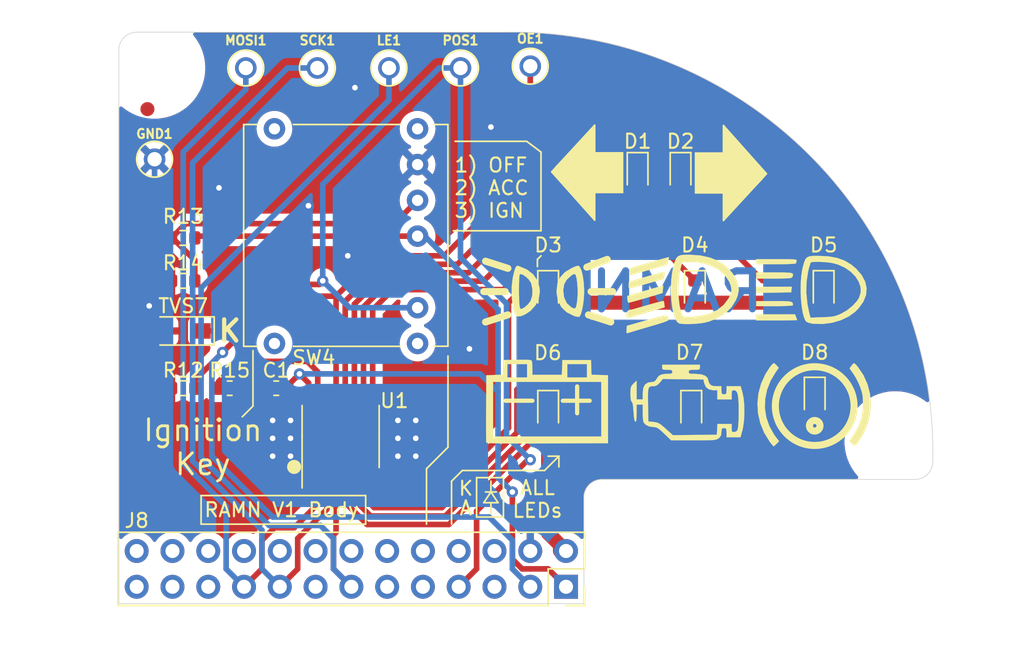
<source format=kicad_pcb>
(kicad_pcb (version 20240108) (generator "pcbnew") (generator_version "8.0")
  (layers (0 "F.Cu" signal) (31 "B.Cu" signal) (34 "B.Paste" user) (35 "F.Paste" user) (36 "B.SilkS" user "B.Silkscreen") (37 "F.SilkS" user "F.Silkscreen") (38 "B.Mask" user) (39 "F.Mask" user) (44 "Edge.Cuts" user))
  (net 0 "")
  (net 1 "GND")
  (net 2 "/3V3_ECU")
  (net 3 "+5V")
  (net 4 "Net-(D1-K)")
  (net 5 "Net-(D2-K)")
  (net 6 "Net-(D3-K)")
  (net 7 "Net-(D4-K)")
  (net 8 "Net-(D5-K)")
  (net 9 "Net-(D6-K)")
  (net 10 "Net-(D7-K)")
  (net 11 "Net-(D8-K)")
  (net 12 "OE")
  (net 13 "LE")
  (net 14 "SCK")
  (net 15 "MOSI")
  (net 34 "Net-(U1-R-EXT)")
  (net 35 "Key")
  (net 37 "Net-(R13-Pad1)")
  (footprint "Connector_PinSocket_2.54mm:PinSocket_2x13_P2.54mm_Vertical" (layer "F.Cu") (at 56.388 61.341 -90)
    (property "Reference" "J8" (at -4.699 30.48 0) (layer "F.SilkS"))
    (property "Value" "~")
    (pad "1" thru_hole rect (at 0 0 270) (size 1.7 1.7) (drill 1) (layers "*.Cu" "*.Mask") (net 2 "/3V3_ECU"))
    (pad "2" thru_hole oval (at -2.54 0 270) (size 1.7 1.7) (drill 1) (layers "*.Cu" "*.Mask") (net 3 "+5V"))
    (pad "3" thru_hole oval (at 0 2.54 270) (size 1.7 1.7) (drill 1) (layers "*.Cu" "*.Mask") (net 12 "OE"))
    (pad "4" thru_hole oval (at -2.54 2.54 270) (size 1.7 1.7) (drill 1) (layers "*.Cu" "*.Mask") (net 1 "GND"))
    (pad "5" thru_hole oval (at 0 5.08 270) (size 1.7 1.7) (drill 1) (layers "*.Cu" "*.Mask"))
    (pad "6" thru_hole oval (at -2.54 5.08 270) (size 1.7 1.7) (drill 1) (layers "*.Cu" "*.Mask"))
    (pad "7" thru_hole oval (at 0 7.62 270) (size 1.7 1.7) (drill 1) (layers "*.Cu" "*.Mask") (net 35 "Key"))
    (pad "8" thru_hole oval (at -2.54 7.62 270) (size 1.7 1.7) (drill 1) (layers "*.Cu" "*.Mask"))
    (pad "9" thru_hole oval (at 0 10.16 270) (size 1.7 1.7) (drill 1) (layers "*.Cu" "*.Mask"))
    (pad "10" thru_hole oval (at -2.54 10.16 270) (size 1.7 1.7) (drill 1) (layers "*.Cu" "*.Mask"))
    (pad "11" thru_hole oval (at 0 12.7 270) (size 1.7 1.7) (drill 1) (layers "*.Cu" "*.Mask"))
    (pad "12" thru_hole oval (at -2.54 12.7 270) (size 1.7 1.7) (drill 1) (layers "*.Cu" "*.Mask"))
    (pad "13" thru_hole oval (at 0 15.24 270) (size 1.7 1.7) (drill 1) (layers "*.Cu" "*.Mask") (net 13 "LE"))
    (pad "14" thru_hole oval (at -2.54 15.24 270) (size 1.7 1.7) (drill 1) (layers "*.Cu" "*.Mask"))
    (pad "15" thru_hole oval (at 0 17.78 270) (size 1.7 1.7) (drill 1) (layers "*.Cu" "*.Mask"))
    (pad "16" thru_hole oval (at -2.54 17.78 270) (size 1.7 1.7) (drill 1) (layers "*.Cu" "*.Mask"))
    (pad "17" thru_hole oval (at 0 20.32 270) (size 1.7 1.7) (drill 1) (layers "*.Cu" "*.Mask") (net 14 "SCK"))
    (pad "18" thru_hole oval (at -2.54 20.32 270) (size 1.7 1.7) (drill 1) (layers "*.Cu" "*.Mask"))
    (pad "19" thru_hole oval (at 0 22.86 270) (size 1.7 1.7) (drill 1) (layers "*.Cu" "*.Mask") (net 15 "MOSI"))
    (pad "20" thru_hole oval (at -2.54 22.86 270) (size 1.7 1.7) (drill 1) (layers "*.Cu" "*.Mask"))
    (pad "21" thru_hole oval (at 0 25.4 270) (size 1.7 1.7) (drill 1) (layers "*.Cu" "*.Mask"))
    (pad "22" thru_hole oval (at -2.54 25.4 270) (size 1.7 1.7) (drill 1) (layers "*.Cu" "*.Mask"))
    (pad "23" thru_hole oval (at 0 27.94 270) (size 1.7 1.7) (drill 1) (layers "*.Cu" "*.Mask"))
    (pad "24" thru_hole oval (at -2.54 27.94 270) (size 1.7 1.7) (drill 1) (layers "*.Cu" "*.Mask"))
    (pad "25" thru_hole oval (at 0 30.48 270) (size 1.7 1.7) (drill 1) (layers "*.Cu" "*.Mask"))
    (pad "26" thru_hole oval (at -2.54 30.48 270) (size 1.7 1.7) (drill 1) (layers "*.Cu" "*.Mask"))
  )
  (footprint "MountingHole:MountingHole_3.2mm_M3_ISO7380" (layer "F.Cu") (at 27.178 24.511)
    (property "Reference" "H5" (hide yes))
    (property "Value" "MountingHole")
    (pad "" np_thru_hole circle (at 0 0) (size 3.2 3.2) (drill 3.2) (layers "*.Cu" "*.Mask") (clearance 2))
  )
  (footprint "LED_SMD:LED_0603_1608Metric" (layer "F.Cu") (at 55.118 48.895 -90)
    (property "Reference" "D6" (at -4.1656 0.0254 180) (layer "F.SilkS"))
    (property "Value" "LED")
    (pad "1" smd roundrect (at -0.7875 0 270) (size 0.875 0.95) (layers "F.Cu" "F.Paste" "F.Mask") (net 9 "Net-(D6-K)"))
    (pad "2" smd roundrect (at 0.7875 0 270) (size 0.875 0.95) (layers "F.Cu" "F.Paste" "F.Mask") (net 3 "+5V"))
  )
  (footprint "LED_SMD:LED_0603_1608Metric" (layer "F.Cu") (at 74.676 40.386 -90)
    (property "Reference" "D5" (at -3.302 0 180) (layer "F.SilkS"))
    (property "Value" "LED")
    (pad "1" smd roundrect (at -0.7875 0 270) (size 0.875 0.95) (layers "F.Cu" "F.Paste" "F.Mask") (net 8 "Net-(D5-K)"))
    (pad "2" smd roundrect (at 0.7875 0 270) (size 0.875 0.95) (layers "F.Cu" "F.Paste" "F.Mask") (net 3 "+5V"))
  )
  (footprint "LED_SMD:LED_0603_1608Metric" (layer "F.Cu") (at 65.532 40.386 -90)
    (property "Reference" "D4" (at -3.302 0 180) (layer "F.SilkS"))
    (property "Value" "LED")
    (pad "1" smd roundrect (at -0.7875 0 270) (size 0.875 0.95) (layers "F.Cu" "F.Paste" "F.Mask") (net 7 "Net-(D4-K)"))
    (pad "2" smd roundrect (at 0.7875 0 270) (size 0.875 0.95) (layers "F.Cu" "F.Paste" "F.Mask") (net 3 "+5V"))
  )
  (footprint "Global_Library:KEYSTONE_5002" (layer "F.Cu") (at 38.735 24.511)
    (property "Reference" "SCK1" (at 0.002 -1.954 0) (layer "F.SilkS") (effects (font (size 0.64 0.64))))
    (property "Value" "TestPoint")
    (pad "1" thru_hole circle (at 0 0) (size 1.53 1.53) (drill 1.02) (layers "*.Cu" "*.Mask") (net 14 "SCK"))
  )
  (footprint "MountingHole:MountingHole_3.2mm_M3_ISO7380" (layer "F.Cu") (at 79.756 51.054)
    (property "Reference" "H6" (hide yes))
    (property "Value" "MountingHole")
    (pad "" np_thru_hole circle (at 0 0) (size 3.2 3.2) (drill 3.2) (layers "*.Cu" "*.Mask") (clearance 2))
  )
  (footprint "Global_Library:KEYSTONE_5002" (layer "F.Cu") (at 53.848 24.384)
    (property "Reference" "OE1" (at 0.002 -1.954 0) (layer "F.SilkS") (effects (font (size 0.64 0.64))))
    (property "Value" "TestPoint")
    (pad "1" thru_hole circle (at 0 0) (size 1.53 1.53) (drill 1.02) (layers "*.Cu" "*.Mask") (net 12 "OE"))
  )
  (footprint "Global_Library:KEYSTONE_5002" (layer "F.Cu") (at 43.815 24.511)
    (property "Reference" "LE1" (at 0.002 -1.954 0) (layer "F.SilkS") (effects (font (size 0.64 0.64))))
    (property "Value" "TestPoint")
    (pad "1" thru_hole circle (at 0 0) (size 1.53 1.53) (drill 1.02) (layers "*.Cu" "*.Mask") (net 13 "LE"))
  )
  (footprint "LED_SMD:LED_0603_1608Metric" (layer "F.Cu") (at 61.468 32.004 -90)
    (property "Reference" "D1" (at -2.286 0 180) (layer "F.SilkS"))
    (property "Value" "LED")
    (pad "1" smd roundrect (at -0.7875 0 270) (size 0.875 0.95) (layers "F.Cu" "F.Paste" "F.Mask") (net 4 "Net-(D1-K)"))
    (pad "2" smd roundrect (at 0.7875 0 270) (size 0.875 0.95) (layers "F.Cu" "F.Paste" "F.Mask") (net 3 "+5V"))
  )
  (footprint "drawings:drawing_HB" (layer "F.Cu") (at 73.66 40.259)
    (property "Reference" "G***" (hide yes))
    (property "Value" "LOGO" (hide yes))
  )
  (footprint "drawings:drawing_engine" (layer "F.Cu") (at 65.024 48.26)
    (property "Reference" "G***" (hide yes))
    (property "Value" "LOGO" (hide yes))
  )
  (footprint "drawings:drawing_PL" (layer "F.Cu") (at 55.118 40.386)
    (property "Reference" "G***" (hide yes))
    (property "Value" "LOGO" (hide yes))
  )
  (footprint "drawings:drawing_turn" (layer "F.Cu") (at 58.166 32.004 180)
    (property "Reference" "G***" (hide yes))
    (property "Value" "LOGO" (hide yes))
  )
  (footprint "LED_SMD:LED_0603_1608Metric" (layer "F.Cu") (at 55.118 40.386 -90)
    (property "Reference" "D3" (at -3.302 0 180) (layer "F.SilkS"))
    (property "Value" "LED")
    (pad "1" smd roundrect (at -0.7875 0 270) (size 0.875 0.95) (layers "F.Cu" "F.Paste" "F.Mask") (net 6 "Net-(D3-K)"))
    (pad "2" smd roundrect (at 0.7875 0 270) (size 0.875 0.95) (layers "F.Cu" "F.Paste" "F.Mask") (net 3 "+5V"))
  )
  (footprint "drawings:drawing_battery" (layer "F.Cu") (at 55.0164 48.26)
    (property "Reference" "G***" (hide yes))
    (property "Value" "LOGO" (hide yes))
  )
  (footprint "LED_SMD:LED_0603_1608Metric" (layer "F.Cu") (at 74.041 47.9552 -90)
    (property "Reference" "D8" (at -3.2512 0 0) (layer "F.SilkS"))
    (property "Value" "LED")
    (pad "1" smd roundrect (at -0.7875 0 270) (size 0.875 0.95) (layers "F.Cu" "F.Paste" "F.Mask") (net 11 "Net-(D8-K)"))
    (pad "2" smd roundrect (at 0.7875 0 270) (size 0.875 0.95) (layers "F.Cu" "F.Paste" "F.Mask") (net 3 "+5V"))
  )
  (footprint "Resistor_SMD:R_0603_1608Metric" (layer "F.Cu") (at 29.21 36.576)
    (property "Reference" "R13" (at 0 -1.524 0) (layer "F.SilkS"))
    (property "Value" "10k")
    (pad "1" smd roundrect (at -0.825 0) (size 0.8 0.95) (layers "F.Cu" "F.Paste" "F.Mask") (net 37 "Net-(R13-Pad1)"))
    (pad "2" smd roundrect (at 0.825 0) (size 0.8 0.95) (layers "F.Cu" "F.Paste" "F.Mask") (net 2 "/3V3_ECU"))
  )
  (footprint "Diode_SMD:D_SOD-123F" (layer "F.Cu") (at 29.21 43.18 180)
    (property "Reference" "TVS7" (at 0 1.778 0) (layer "F.SilkS"))
    (property "Value" "D_TVS")
    (pad "1" smd rect (at -1.4 0 180) (size 1.1 1.1) (layers "F.Cu" "F.Paste" "F.Mask") (net 35 "Key"))
    (pad "2" smd rect (at 1.4 0 180) (size 1.1 1.1) (layers "F.Cu" "F.Paste" "F.Mask") (net 1 "GND"))
  )
  (footprint "Resistor_SMD:R_0603_1608Metric" (layer "F.Cu") (at 29.21 39.624)
    (property "Reference" "R14" (at 0 -1.27 0) (layer "F.SilkS"))
    (property "Value" "10k")
    (pad "1" smd roundrect (at -0.825 0) (size 0.8 0.95) (layers "F.Cu" "F.Paste" "F.Mask") (net 1 "GND"))
    (pad "2" smd roundrect (at 0.825 0) (size 0.8 0.95) (layers "F.Cu" "F.Paste" "F.Mask") (net 37 "Net-(R13-Pad1)"))
  )
  (footprint "drawings:drawing_LB" (layer "F.Cu") (at 64.516 40.2336)
    (property "Reference" "G***" (hide yes))
    (property "Value" "LOGO" (hide yes))
  )
  (footprint "drawings:drawing_turn" (layer "F.Cu") (at 67.818 31.9024)
    (property "Reference" "G***" (hide yes))
    (property "Value" "LOGO" (hide yes))
  )
  (footprint "LED_SMD:LED_0603_1608Metric" (layer "F.Cu") (at 64.516 32.004 -90)
    (property "Reference" "D2" (at -2.286 0 0) (layer "F.SilkS"))
    (property "Value" "LED")
    (pad "1" smd roundrect (at -0.7875 0 270) (size 0.875 0.95) (layers "F.Cu" "F.Paste" "F.Mask") (net 5 "Net-(D2-K)"))
    (pad "2" smd roundrect (at 0.7875 0 270) (size 0.875 0.95) (layers "F.Cu" "F.Paste" "F.Mask") (net 3 "+5V"))
  )
  (footprint "drawings:drawing_parking_brake" (layer "F.Cu") (at 74.168 48.514)
    (property "Reference" "G***" (hide yes))
    (property "Value" "LOGO" (hide yes))
  )
  (footprint "LED_SMD:LED_0603_1608Metric" (layer "F.Cu") (at 65.278 48.895 -90)
    (property "Reference" "D7" (at -4.191 0.127 180) (layer "F.SilkS"))
    (property "Value" "LED")
    (pad "1" smd roundrect (at -0.7875 0 270) (size 0.875 0.95) (layers "F.Cu" "F.Paste" "F.Mask") (net 10 "Net-(D7-K)"))
    (pad "2" smd roundrect (at 0.7875 0 270) (size 0.875 0.95) (layers "F.Cu" "F.Paste" "F.Mask") (net 3 "+5V"))
  )
  (footprint "Global_Library:KEYSTONE_5002" (layer "F.Cu") (at 27.178 30.988)
    (property "Reference" "GND1" (at -0.008 -1.798 0) (layer "F.SilkS") (effects (font (size 0.64 0.64))))
    (property "Value" "TestPoint")
    (pad "1" thru_hole circle (at 0 0) (size 1.53 1.53) (drill 1.02) (layers "*.Cu" "*.Mask") (net 1 "GND"))
  )
  (footprint "custom:SK14EG13" (layer "F.Cu") (at 40.767 36.449)
    (property "Reference" "SW4" (at -2.286 8.636 180) (layer "F.SilkS"))
    (property "Value" "SK14EG13" (hide yes))
    (pad "" thru_hole circle (at -5.08 -7.62) (size 1.524 1.524) (drill 0.8) (layers "*.Cu" "*.Mask"))
    (pad "" thru_hole circle (at -5.08 7.62) (size 1.524 1.524) (drill 0.8) (layers "*.Cu" "*.Mask"))
    (pad "" thru_hole circle (at 5.08 -7.62) (size 1.524 1.524) (drill 0.8) (layers "*.Cu" "*.Mask"))
    (pad "" thru_hole circle (at 5.08 7.62) (size 1.524 1.524) (drill 0.8) (layers "*.Cu" "*.Mask"))
    (pad "1" thru_hole circle (at 5.08 -5.08) (size 1.524 1.524) (drill 0.8) (layers "*.Cu" "*.Mask") (net 1 "GND"))
    (pad "2" thru_hole circle (at 5.08 -2.54) (size 1.524 1.524) (drill 0.8) (layers "*.Cu" "*.Mask") (net 37 "Net-(R13-Pad1)"))
    (pad "3" thru_hole circle (at 5.08 0) (size 1.524 1.524) (drill 0.8) (layers "*.Cu" "*.Mask") (net 2 "/3V3_ECU"))
    (pad "C1" thru_hole circle (at 5.08 5.08) (size 1.524 1.524) (drill 0.8) (layers "*.Cu" "*.Mask") (net 35 "Key"))
  )
  (footprint "Capacitor_SMD:C_0603_1608Metric" (layer "F.Cu") (at 35.814 47.244 180)
    (property "Reference" "C1" (at 0 1.27 0) (layer "F.SilkS"))
    (property "Value" "100nF")
    (pad "1" smd roundrect (at -0.7875 0 180) (size 0.875 0.95) (layers "F.Cu" "F.Paste" "F.Mask") (net 2 "/3V3_ECU"))
    (pad "2" smd roundrect (at 0.7875 0 180) (size 0.875 0.95) (layers "F.Cu" "F.Paste" "F.Mask") (net 1 "GND"))
  )
  (footprint "Package_SO:HTSSOP-16-1EP_4.4x5mm_P0.65mm_EP3x3mm" (layer "F.Cu") (at 40.386 50.673 90)
    (property "Reference" "U1" (at 2.54 3.81 180) (layer "F.SilkS"))
    (property "Value" "STP08CP05XT")
    (pad "1" smd roundrect (at -2.875 -2.275 90) (size 1.55 0.4) (layers "F.Cu" "F.Paste" "F.Mask") (net 1 "GND"))
    (pad "2" smd roundrect (at -2.875 -1.625 90) (size 1.55 0.4) (layers "F.Cu" "F.Paste" "F.Mask") (net 15 "MOSI"))
    (pad "3" smd roundrect (at -2.875 -0.975 90) (size 1.55 0.4) (layers "F.Cu" "F.Paste" "F.Mask") (net 14 "SCK"))
    (pad "4" smd roundrect (at -2.875 -0.325 90) (size 1.55 0.4) (layers "F.Cu" "F.Paste" "F.Mask") (net 13 "LE"))
    (pad "5" smd roundrect (at -2.875 0.325 90) (size 1.55 0.4) (layers "F.Cu" "F.Paste" "F.Mask") (net 9 "Net-(D6-K)"))
    (pad "6" smd roundrect (at -2.875 0.975 90) (size 1.55 0.4) (layers "F.Cu" "F.Paste" "F.Mask") (net 10 "Net-(D7-K)"))
    (pad "7" smd roundrect (at -2.875 1.625 90) (size 1.55 0.4) (layers "F.Cu" "F.Paste" "F.Mask") (net 11 "Net-(D8-K)"))
    (pad "8" smd roundrect (at -2.875 2.275 90) (size 1.55 0.4) (layers "F.Cu" "F.Paste" "F.Mask") (net 6 "Net-(D3-K)"))
    (pad "9" smd roundrect (at 2.875 2.275 90) (size 1.55 0.4) (layers "F.Cu" "F.Paste" "F.Mask") (net 7 "Net-(D4-K)"))
    (pad "10" smd roundrect (at 2.875 1.625 90) (size 1.55 0.4) (layers "F.Cu" "F.Paste" "F.Mask") (net 8 "Net-(D5-K)"))
    (pad "11" smd roundrect (at 2.875 0.975 90) (size 1.55 0.4) (layers "F.Cu" "F.Paste" "F.Mask") (net 4 "Net-(D1-K)"))
    (pad "12" smd roundrect (at 2.875 0.325 90) (size 1.55 0.4) (layers "F.Cu" "F.Paste" "F.Mask") (net 5 "Net-(D2-K)"))
    (pad "13" smd roundrect (at 2.875 -0.325 90) (size 1.55 0.4) (layers "F.Cu" "F.Paste" "F.Mask") (net 12 "OE"))
    (pad "14" smd roundrect (at 2.875 -0.975 90) (size 1.55 0.4) (layers "F.Cu" "F.Paste" "F.Mask"))
    (pad "15" smd roundrect (at 2.875 -1.625 90) (size 1.55 0.4) (layers "F.Cu" "F.Paste" "F.Mask") (net 34 "Net-(U1-R-EXT)"))
    (pad "16" smd roundrect (at 2.875 -2.275 90) (size 1.55 0.4) (layers "F.Cu" "F.Paste" "F.Mask") (net 2 "/3V3_ECU"))
    (pad "17" smd roundrect (at 0 0 90) (size 3 3) (layers "F.Cu" "F.Mask") (roundrect_rratio 0.083333) (net 1 "GND"))
  )
  (footprint "Resistor_SMD:R_0603_1608Metric" (layer "F.Cu") (at 29.21 47.244)
    (property "Reference" "R12" (at 0 -1.27 0) (layer "F.SilkS"))
    (property "Value" "10k")
    (pad "1" smd roundrect (at -0.825 0) (size 0.8 0.95) (layers "F.Cu" "F.Paste" "F.Mask") (net 1 "GND"))
    (pad "2" smd roundrect (at 0.825 0) (size 0.8 0.95) (layers "F.Cu" "F.Paste" "F.Mask") (net 12 "OE"))
  )
  (footprint "Resistor_SMD:R_0603_1608Metric" (layer "F.Cu") (at 32.512 47.244 180)
    (property "Reference" "R15" (at 0 1.27 0) (layer "F.SilkS"))
    (property "Value" "1.8k")
    (pad "1" smd roundrect (at -0.7875 0 180) (size 0.875 0.95) (layers "F.Cu" "F.Paste" "F.Mask") (net 1 "GND"))
    (pad "2" smd roundrect (at 0.7875 0 180) (size 0.875 0.95) (layers "F.Cu" "F.Paste" "F.Mask") (net 34 "Net-(U1-R-EXT)"))
  )
  (footprint "Global_Library:KEYSTONE_5002" (layer "F.Cu") (at 33.655 24.511)
    (property "Reference" "MOSI1" (at 0.002 -1.954 0) (layer "F.SilkS") (effects (font (size 0.64 0.64))))
    (property "Value" "TestPoint")
    (pad "1" thru_hole circle (at 0 0) (size 1.53 1.53) (drill 1.02) (layers "*.Cu" "*.Mask") (net 15 "MOSI"))
  )
  (footprint "Fiducial:Fiducial_1mm_Mask2mm" (layer "F.Cu") (at 26.67 53.721)
    (property "Reference" "FID1" (hide yes))
    (property "Value" "Fiducial")
    (pad "" smd circle (at 0 0) (size 1 1) (layers "F.Cu" "F.Mask") (clearance 0.5))
  )
  (footprint "Fiducial:Fiducial_1mm_Mask2mm" (layer "F.Cu") (at 26.67 27.432)
    (property "Reference" "FID2" (hide yes))
    (property "Value" "Fiducial")
    (pad "" smd circle (at 0 0) (size 1 1) (layers "F.Cu" "F.Mask") (clearance 0.5))
  )
  (footprint "Fiducial:Fiducial_1mm_Mask2mm" (layer "F.Cu") (at 62.992 27.432)
    (property "Reference" "FID3" (hide yes))
    (property "Value" "Fiducial")
    (pad "" smd circle (at 0 0) (size 1 1) (layers "F.Cu" "F.Mask") (clearance 0.5))
  )
  (footprint "Global_Library:KEYSTONE_5002" (layer "F.Cu") (at 48.895 24.511)
    (property "Reference" "POS1" (at 0.002 -1.954 0) (layer "F.SilkS") (effects (font (size 0.64 0.64))))
    (property "Value" "TestPoint")
    (pad "1" thru_hole circle (at 0 0) (size 1.53 1.53) (drill 1.02) (layers "*.Cu" "*.Mask") (net 35 "Key"))
  )
  (gr_line (start 51.562 55.372) (end 51.054 55.372) (stroke (width 0.12)) (layer "F.SilkS"))
  (gr_line (start 51.943 56.388) (end 50.038 56.388) (stroke (width 0.12)) (layer "F.SilkS"))
  (gr_line (start 30.48 56.896) (end 42.164 56.896) (stroke (width 0.12)) (layer "F.SilkS"))
  (gr_line (start 30.48 56.896) (end 30.48 54.864) (stroke (width 0.12)) (layer "F.SilkS"))
  (gr_line (start 42.164 56.896) (end 42.164 54.864) (stroke (width 0.12)) (layer "F.SilkS"))
  (gr_circle (center 37.084 52.832) (end 37.084 52.832) (stroke (width 0.5)) (fill none) (layer "F.SilkS"))
  (gr_line (start 50.038 56.388) (end 50.038 53.594) (stroke (width 0.12)) (layer "F.SilkS"))
  (gr_line (start 50.038 53.594) (end 51.943 53.594) (stroke (width 0.12)) (layer "F.SilkS"))
  (gr_line (start 51.054 55.372) (end 50.546 55.372) (stroke (width 0.12)) (layer "F.SilkS"))
  (gr_line (start 55.88 52.07) (end 55.88 52.832) (stroke (width 0.12)) (layer "F.SilkS"))
  (gr_line (start 51.943 53.594) (end 51.943 56.388) (stroke (width 0.12)) (layer "F.SilkS"))
  (gr_line (start 51.054 54.61) (end 51.562 55.372) (stroke (width 0.12)) (layer "F.SilkS"))
  (gr_line (start 54.61 30.48) (end 54.61 36.068) (stroke (width 0.12)) (layer "F.SilkS"))
  (gr_line (start 55.118 52.07) (end 55.88 52.07) (stroke (width 0.12)) (layer "F.SilkS"))
  (gr_line (start 54.864 53.086) (end 49.022 53.086) (stroke (width 0.12)) (layer "F.SilkS"))
  (gr_line (start 55.88 52.07) (end 54.864 53.086) (stroke (width 0.12)) (layer "F.SilkS"))
  (gr_line (start 48.26 53.848) (end 48.26 56.896) (stroke (width 0.12)) (layer "F.SilkS"))
  (gr_line (start 54.61 36.068) (end 48.387 36.068) (stroke (width 0.12)) (layer "F.SilkS"))
  (gr_line (start 34.163 48.514) (end 33.401 49.276) (stroke (width 0.12)) (layer "F.SilkS"))
  (gr_line (start 50.546 55.372) (end 51.054 54.61) (stroke (width 0.12)) (layer "F.SilkS"))
  (gr_line (start 48.006 51.435) (end 46.482 52.959) (stroke (width 0.12)) (layer "F.SilkS"))
  (gr_line (start 48.006 44.958) (end 48.006 51.435) (stroke (width 0.12)) (layer "F.SilkS"))
  (gr_line (start 51.054 54.61) (end 51.054 53.848) (stroke (width 0.12)) (layer "F.SilkS"))
  (gr_line (start 34.163 48.514) (end 34.163 44.577) (stroke (width 0.12)) (layer "F.SilkS"))
  (gr_line (start 53.594 29.718) (end 54.61 30.48) (stroke (width 0.12)) (layer "F.SilkS"))
  (gr_line (start 54.356 38.608) (end 54.356 38.1) (stroke (width 0.12)) (layer "F.SilkS"))
  (gr_line (start 53.594 29.718) (end 48.514 29.718) (stroke (width 0.12)) (layer "F.SilkS"))
  (gr_line (start 54.356 38.1) (end 54.61 37.846) (stroke (width 0.12)) (layer "F.SilkS"))
  (gr_line (start 50.673 54.61) (end 51.435 54.61) (stroke (width 0.12)) (layer "F.SilkS"))
  (gr_line (start 49.022 53.086) (end 48.26 53.848) (stroke (width 0.12)) (layer "F.SilkS"))
  (gr_line (start 51.054 56.134) (end 51.054 55.372) (stroke (width 0.12)) (layer "F.SilkS"))
  (gr_line (start 30.48 54.864) (end 42.164 54.864) (stroke (width 0.12)) (layer "F.SilkS"))
  (gr_line (start 46.482 56.896) (end 46.482 52.959) (stroke (width 0.12)) (layer "F.SilkS"))
  (gr_line (start 25.908 21.971) (end 51.962664 21.97059) (stroke (width 0.05)) (layer "Edge.Cuts"))
  (gr_line (start 57.658 54.991) (end 57.658 62.526) (stroke (width 0.05)) (layer "Edge.Cuts"))
  (gr_arc (start 51.962664 21.97059) (mid 73.69333 30.714578) (end 82.423 52.451) (stroke (width 0.05)) (layer "Edge.Cuts"))
  (gr_line (start 24.638 23.241) (end 24.638 62.526) (stroke (width 0.05)) (layer "Edge.Cuts"))
  (gr_arc (start 57.658 54.991) (mid 58.029974 54.092974) (end 58.928 53.721) (stroke (width 0.05)) (layer "Edge.Cuts"))
  (gr_arc (start 82.423 52.451) (mid 82.051026 53.349026) (end 81.153 53.721) (stroke (width 0.05)) (layer "Edge.Cuts"))
  (gr_arc (start 24.638 23.241) (mid 25.009974 22.342974) (end 25.908 21.971) (stroke (width 0.05)) (layer "Edge.Cuts"))
  (gr_line (start 24.638 62.526) (end 57.658 62.526) (stroke (width 0.05)) (layer "Edge.Cuts"))
  (gr_line (start 81.153 53.721) (end 58.928 53.721) (stroke (width 0.05)) (layer "Edge.Cuts"))
  (gr_text "RAMN" (at 64.262 40.386 0) (layer "B.Cu") (effects (font (size 2.7 3) (thickness 0.5)) (justify mirror)))
  (gr_text "RAMN V1 Body" (at 36.195 55.88 0) (layer "F.SilkS") (effects (font (size 1 1))))
  (gr_text "A" (at 49.276 55.753 0) (layer "F.SilkS") (effects (font (size 1 1))))
  (gr_text "Ignition\nKey" (at 30.607 51.435 0) (layer "F.SilkS") (effects (font (size 1.5 1.5) (thickness 0.2))))
  (gr_text "ALL\nLEDs" (at 54.356 55.118 0) (layer "F.SilkS") (effects (font (size 1 1))))
  (gr_text "K" (at 49.276 54.356 0) (layer "F.SilkS") (effects (font (size 1 1))))
  (gr_text "K" (at 32.512 43.18 0) (layer "F.SilkS") (effects (font (size 1.5 1.5) (thickness 0.3))))
  (gr_text "1) OFF \n2) ACC\n3) IGN" (at 48.387 33.02 0) (layer "F.SilkS") (effects (font (size 1 1)) (justify left)))
  (segment (start 38.1 53.616) (end 38.1 54.737) (width 0.4) (layer "F.Cu") (net 1))
  (segment (start 38.111 53.605) (end 38.1 53.616) (width 0.4) (layer "F.Cu") (net 1))
  (segment (start 38.1 54.737) (end 37.465 55.372) (width 0.4) (layer "F.Cu") (net 1))
  (segment (start 37.465 55.372) (end 35.941 55.372) (width 0.4) (layer "F.Cu") (net 1))
  (segment (start 40.259 50.8) (end 40.386 50.673) (width 0.4) (layer "F.Cu") (net 1))
  (segment (start 38.111 53.548) (end 38.111 53.605) (width 0.4) (layer "F.Cu") (net 1))
  (segment (start 38.111 53.548) (end 38.111 52.335) (width 0.4) (layer "F.Cu") (net 1))
  (via (at 36.83 52.07) (size 0.8) (drill 0.4) (layers "F.Cu" "B.Cu") (net 1))
  (via (at 49.53 44.45) (size 0.8) (drill 0.4) (layers "F.Cu" "B.Cu") (net 1))
  (via (at 40.894 37.846) (size 0.8) (drill 0.4) (layers "F.Cu" "B.Cu") (net 1))
  (via (at 51.054 28.702) (size 0.8) (drill 0.4) (layers "F.Cu" "B.Cu") (net 1))
  (via (at 36.83 50.8) (size 0.8) (drill 0.4) (layers "F.Cu" "B.Cu") (net 1))
  (via (at 44.45 49.53) (size 0.8) (drill 0.4) (layers "F.Cu" "B.Cu") (net 1))
  (via (at 36.83 49.53) (size 0.8) (drill 0.4) (layers "F.Cu" "B.Cu") (net 1))
  (via (at 31.75 33.02) (size 0.8) (drill 0.4) (layers "F.Cu" "B.Cu") (net 1))
  (via (at 41.402 25.908) (size 0.8) (drill 0.4) (layers "F.Cu" "B.Cu") (net 1))
  (via (at 44.45 52.07) (size 0.8) (drill 0.4) (layers "F.Cu" "B.Cu") (net 1))
  (via (at 35.56 49.53) (size 0.8) (drill 0.4) (layers "F.Cu" "B.Cu") (net 1))
  (via (at 45.72 50.8) (size 0.8) (drill 0.4) (layers "F.Cu" "B.Cu") (net 1))
  (via (at 35.56 52.07) (size 0.8) (drill 0.4) (layers "F.Cu" "B.Cu") (net 1))
  (via (at 44.45 50.8) (size 0.8) (drill 0.4) (layers "F.Cu" "B.Cu") (net 1))
  (via (at 45.72 52.07) (size 0.8) (drill 0.4) (layers "F.Cu" "B.Cu") (net 1))
  (via (at 26.797 41.402) (size 0.8) (drill 0.4) (layers "F.Cu" "B.Cu") (net 1))
  (via (at 35.56 50.8) (size 0.8) (drill 0.4) (layers "F.Cu" "B.Cu") (net 1))
  (via (at 45.72 49.53) (size 0.8) (drill 0.4) (layers "F.Cu" "B.Cu") (net 1))
  (via (at 38.1 34.29) (size 0.8) (drill 0.4) (layers "F.Cu" "B.Cu") (net 1))
  (segment (start 27.178 41.402) (end 27.178 48.768) (width 0.4) (layer "B.Cu") (net 1))
  (segment (start 27.178 30.988) (end 27.178 41.402) (width 0.4) (layer "B.Cu") (net 1))
  (segment (start 27.178 48.768) (end 27.94 49.53) (width 0.4) (layer "B.Cu") (net 1))
  (segment (start 38.111 47.798) (end 38.111 46.874) (width 0.4) (layer "F.Cu") (net 2))
  (segment (start 53.267998 60.071) (end 52.578 59.381002) (width 0.4) (layer "F.Cu") (net 2))
  (segment (start 36.7285 47.371) (end 36.6015 47.244) (width 0.4) (layer "F.Cu") (net 2))
  (segment (start 30.162 36.449) (end 30.035 36.576) (width 0.4) (layer "F.Cu") (net 2))
  (segment (start 38.1 47.787) (end 38.111 47.798) (width 0.4) (layer "F.Cu") (net 2))
  (segment (start 38.111 47.798) (end 38.111 47.636) (width 0.4) (layer "F.Cu") (net 2))
  (segment (start 36.6015 47.244) (end 36.6015 47.0915) (width 0.4) (layer "F.Cu") (net 2))
  (segment (start 38.111 46.874) (end 37.465 46.228) (width 0.4) (layer "F.Cu") (net 2))
  (segment (start 52.578 59.381002) (end 52.578 54.609976) (width 0.4) (layer "F.Cu") (net 2))
  (segment (start 56.388 61.341) (end 55.118 60.071) (width 0.4) (layer "F.Cu") (net 2))
  (segment (start 36.6015 47.0915) (end 37.465 46.228) (width 0.4) (layer "F.Cu") (net 2))
  (segment (start 45.847 36.449) (end 30.162 36.449) (width 0.4) (layer "F.Cu") (net 2))
  (segment (start 55.118 60.071) (end 53.267998 60.071) (width 0.4) (layer "F.Cu") (net 2))
  (via (at 37.465 46.228) (size 0.8) (drill 0.4) (layers "F.Cu" "B.Cu") (net 2))
  (via (at 52.578 54.609976) (size 0.8) (drill 0.4) (layers "F.Cu" "B.Cu") (net 2))
  (segment (start 51.562 47.498) (end 51.562 53.593976) (width 0.4) (layer "B.Cu") (net 2))
  (segment (start 50.292 46.228) (end 38.030685 46.228) (width 0.4) (layer "B.Cu") (net 2))
  (segment (start 46.355 36.449) (end 45.847 36.449) (width 0.4) (layer "B.Cu") (net 2))
  (segment (start 51.562 47.498) (end 51.562 41.656) (width 0.4) (layer "B.Cu") (net 2))
  (segment (start 38.030685 46.228) (end 37.465 46.228) (width 0.4) (layer "B.Cu") (net 2))
  (segment (start 51.562 41.656) (end 46.355 36.449) (width 0.4) (layer "B.Cu") (net 2))
  (segment (start 51.562 53.593976) (end 52.578 54.609976) (width 0.4) (layer "B.Cu") (net 2))
  (segment (start 51.562 47.498) (end 50.292 46.228) (width 0.4) (layer "B.Cu") (net 2))
  (segment (start 74.0665 49.6825) (end 74.0155 49.6825) (width 1) (layer "F.Cu") (net 3))
  (segment (start 55.95799 58.37099) (end 55.95799 58.801) (width 1) (layer "F.Cu") (net 3))
  (segment (start 76.581 41.148) (end 76.5555 41.1735) (width 1) (layer "F.Cu") (net 3))
  (segment (start 74.676 41.1735) (end 65.532 41.1735) (width 1) (layer "F.Cu") (net 3))
  (segment (start 65.278 49.6825) (end 72.4915 49.6825) (width 1) (layer "F.Cu") (net 3))
  (segment (start 76.581 39.729174) (end 76.581 41.148) (width 1) (layer "F.Cu") (net 3))
  (segment (start 72.4915 49.6825) (end 74.0665 49.6825) (width 1) (layer "F.Cu") (net 3))
  (segment (start 61.468 32.7915) (end 64.516 32.7915) (width 1) (layer "F.Cu") (net 3))
  (segment (start 74.041 49.657) (end 74.0665 49.6825) (width 1) (layer "F.Cu") (net 3))
  (segment (start 64.516 32.7915) (end 69.643326 32.7915) (width 1) (layer "F.Cu") (net 3))
  (segment (start 55.118 49.6825) (end 65.278 49.6825) (width 1) (layer "F.Cu") (net 3))
  (segment (start 55.118 57.531) (end 55.95799 58.37099) (width 1) (layer "F.Cu") (net 3))
  (segment (start 55.118 57.531) (end 55.753 58.166) (width 1) (layer "F.Cu") (net 3))
  (segment (start 69.643326 32.7915) (end 76.581 39.729174) (width 1) (layer "F.Cu") (net 3))
  (segment (start 74.041 48.7427) (end 74.041 49.657) (width 1) (layer "F.Cu") (net 3))
  (segment (start 74.0155 49.6825) (end 76.581 47.117) (width 1) (layer "F.Cu") (net 3))
  (segment (start 76.5555 41.1735) (end 74.676 41.1735) (width 1) (layer "F.Cu") (net 3))
  (segment (start 55.118 49.6825) (end 55.118 57.531) (width 1) (layer "F.Cu") (net 3))
  (segment (start 65.532 41.1735) (end 55.118 41.1735) (width 1) (layer "F.Cu") (net 3))
  (segment (start 76.581 47.117) (end 76.581 39.729174) (width 1) (layer "F.Cu") (net 3))
  (segment (start 72.4915 49.6825) (end 73.1012 49.6825) (width 1) (layer "F.Cu") (net 3))
  (segment (start 41.361 41.275542) (end 41.361 47.798) (width 0.4) (layer "F.Cu") (net 4))
  (segment (start 43.59052 39.046022) (end 41.361 41.275542) (width 0.4) (layer "F.Cu") (net 4))
  (segment (start 57.3025 31.2165) (end 49.472978 39.046022) (width 0.4) (layer "F.Cu") (net 4))
  (segment (start 61.468 31.2165) (end 57.3025 31.2165) (width 0.4) (layer "F.Cu") (net 4))
  (segment (start 49.472978 39.046022) (end 43.59052 39.046022) (width 0.4) (layer "F.Cu") (net 4))
  (segment (start 57.15 29.972) (end 63.709 29.972) (width 0.4) (layer "F.Cu") (net 5))
  (segment (start 63.709 29.972) (end 64.516 30.779) (width 0.4) (layer "F.Cu") (net 5))
  (segment (start 43.341987 38.446011) (end 48.675989 38.446011) (width 0.4) (layer "F.Cu") (net 5))
  (segment (start 48.675989 38.446011) (end 57.15 29.972) (width 0.4) (layer "F.Cu") (net 5))
  (segment (start 40.711 47.798) (end 40.711 41.076998) (width 0.4) (layer "F.Cu") (net 5))
  (segment (start 64.516 30.779) (end 64.516 31.2165) (width 0.4) (layer "F.Cu") (net 5))
  (segment (start 40.711 41.076998) (end 43.341987 38.446011) (width 0.4) (layer "F.Cu") (net 5))
  (segment (start 43.18 55.118) (end 47.244 55.118) (width 0.4) (layer "F.Cu") (net 6))
  (segment (start 42.661 53.548) (end 42.661 54.599) (width 0.4) (layer "F.Cu") (net 6))
  (segment (start 52.30197 50.06003) (end 52.30197 41.17003) (width 0.4) (layer "F.Cu") (net 6))
  (segment (start 53.8735 39.5985) (end 55.118 39.5985) (width 0.4) (layer "F.Cu") (net 6))
  (segment (start 47.244 55.118) (end 52.30197 50.06003) (width 0.4) (layer "F.Cu") (net 6))
  (segment (start 52.30197 41.17003) (end 53.8735 39.5985) (width 0.4) (layer "F.Cu") (net 6))
  (segment (start 42.661 54.599) (end 43.18 55.118) (width 0.4) (layer "F.Cu") (net 6))
  (segment (start 51.955956 40.246044) (end 55.88 36.322) (width 0.4) (layer "F.Cu") (net 7))
  (segment (start 62.2555 36.322) (end 65.532 39.5985) (width 0.4) (layer "F.Cu") (net 7))
  (segment (start 55.88 36.322) (end 62.2555 36.322) (width 0.4) (layer "F.Cu") (net 7))
  (segment (start 42.661 41.672626) (end 44.087582 40.246044) (width 0.4) (layer "F.Cu") (net 7))
  (segment (start 42.661 47.798) (end 42.661 41.672626) (width 0.4) (layer "F.Cu") (net 7))
  (segment (start 44.087582 40.246044) (end 51.955956 40.246044) (width 0.4) (layer "F.Cu") (net 7))
  (segment (start 70.3325 39.5985) (end 74.676 39.5985) (width 0.4) (layer "F.Cu") (net 8))
  (segment (start 65.786 35.052) (end 70.3325 39.5985) (width 0.4) (layer "F.Cu") (net 8))
  (segment (start 43.839051 39.646033) (end 50.523967 39.646033) (width 0.4) (layer "F.Cu") (net 8))
  (segment (start 50.523967 39.646033) (end 55.118 35.052) (width 0.4) (layer "F.Cu") (net 8))
  (segment (start 55.118 35.052) (end 65.786 35.052) (width 0.4) (layer "F.Cu") (net 8))
  (segment (start 42.011 47.798) (end 42.011 41.474084) (width 0.4) (layer "F.Cu") (net 8))
  (segment (start 42.011 41.474084) (end 43.839051 39.646033) (width 0.4) (layer "F.Cu") (net 8))
  (segment (start 48.069968 56.91803) (end 54.102 50.885998) (width 0.4) (layer "F.Cu") (net 9))
  (segment (start 54.8895 48.1075) (end 55.118 48.1075) (width 0.4) (layer "F.Cu") (net 9))
  (segment (start 42.266946 56.91803) (end 48.069968 56.91803) (width 0.4) (layer "F.Cu") (net 9))
  (segment (start 54.102 48.895) (end 54.8895 48.1075) (width 0.4) (layer "F.Cu") (net 9))
  (segment (start 54.102 50.885998) (end 54.102 48.895) (width 0.4) (layer "F.Cu") (net 9))
  (segment (start 40.711 55.362084) (end 42.266946 56.91803) (width 0.4) (layer "F.Cu") (net 9))
  (segment (start 40.711 53.548) (end 40.711 55.362084) (width 0.4) (layer "F.Cu") (net 9))
  (segment (start 54.61 46.482) (end 63.6525 46.482) (width 0.4) (layer "F.Cu") (net 10))
  (segment (start 53.50199 50.637466) (end 53.50199 47.59001) (width 0.4) (layer "F.Cu") (net 10))
  (segment (start 63.6525 46.482) (end 65.278 48.1075) (width 0.4) (layer "F.Cu") (net 10))
  (segment (start 42.515478 56.31802) (end 47.821436 56.31802) (width 0.4) (layer "F.Cu") (net 10))
  (segment (start 41.361 53.548) (end 41.361 55.163542) (width 0.4) (layer "F.Cu") (net 10))
  (segment (start 41.361 55.163542) (end 42.515478 56.31802) (width 0.4) (layer "F.Cu") (net 10))
  (segment (start 53.50199 47.59001) (end 54.61 46.482) (width 0.4) (layer "F.Cu") (net 10))
  (segment (start 47.821436 56.31802) (end 53.50199 50.637466) (width 0.4) (layer "F.Cu") (net 10))
  (segment (start 42.76401 55.71801) (end 42.06099 55.01499) (width 0.4) (layer "F.Cu") (net 11))
  (segment (start 74.041 47.117) (end 71.628 44.704) (width 0.4) (layer "F.Cu") (net 11))
  (segment (start 71.628 44.704) (end 55.539458 44.704) (width 0.4) (layer "F.Cu") (net 11))
  (segment (start 52.90198 50.388934) (end 47.572904 55.71801) (width 0.4) (layer "F.Cu") (net 11))
  (segment (start 52.90198 47.341478) (end 52.90198 50.388934) (width 0.4) (layer "F.Cu") (net 11))
  (segment (start 74.041 47.1677) (end 74.041 47.117) (width 0.4) (layer "F.Cu") (net 11))
  (segment (start 47.572904 55.71801) (end 42.76401 55.71801) (width 0.4) (layer "F.Cu") (net 11))
  (segment (start 42.06099 55.01499) (end 42.06099 53.79699) (width 0.4) (layer "F.Cu") (net 11))
  (segment (start 42.06099 53.79699) (end 42.011 53.747) (width 0.4) (layer "F.Cu") (net 11))
  (segment (start 42.011 53.747) (end 42.011 53.548) (width 0.4) (layer "F.Cu") (net 11))
  (segment (start 55.539458 44.704) (end 52.90198 47.341478) (width 0.4) (layer "F.Cu") (net 11))
  (segment (start 32.403999 44.304001) (end 32.004 44.704) (width 0.4) (layer "F.Cu") (net 12))
  (segment (start 35.997 40.711) (end 32.403999 44.304001) (width 0.4) (layer "F.Cu") (net 12))
  (segment (start 30.035 47.244) (end 30.035 46.673) (width 0.4) (layer "F.Cu") (net 12))
  (segment (start 30.035 46.673) (end 32.004 44.704) (width 0.4) (layer "F.Cu") (net 12))
  (segment (start 42.926 37.846) (end 47.752 37.846) (width 0.4) (layer "F.Cu") (net 12))
  (segment (start 40.061 40.711) (end 42.926 37.846) (width 0.4) (layer "F.Cu") (net 12))
  (segment (start 53.848 31.496) (end 53.848 24.384) (width 0.4) (layer "F.Cu") (net 12))
  (segment (start 47.752 37.846) (end 53.848 31.75) (width 0.4) (layer "F.Cu") (net 12))
  (segment (start 53.848 31.75) (end 53.848 31.496) (width 0.4) (layer "F.Cu") (net 12))
  (segment (start 40.061 40.711) (end 35.997 40.711) (width 0.4) (layer "F.Cu") (net 12))
  (segment (start 32.004 44.831) (end 32.004 44.704) (width 0.4) (layer "F.Cu") (net 12))
  (segment (start 40.061 47.798) (end 40.061 40.711) (width 0.4) (layer "F.Cu") (net 12))
  (via (at 32.004 44.704) (size 0.8) (drill 0.4) (layers "F.Cu" "B.Cu") (net 12))
  (segment (start 31.242 52.07) (end 31.242 45.466) (width 0.4) (layer "B.Cu") (net 12))
  (segment (start 35.56 56.388) (end 31.242 52.07) (width 0.4) (layer "B.Cu") (net 12))
  (segment (start 50.927 56.388) (end 35.56 56.388) (width 0.4) (layer "B.Cu") (net 12))
  (segment (start 31.242 45.466) (end 32.004 44.704) (width 0.4) (layer "B.Cu") (net 12))
  (segment (start 53.848 61.341) (end 52.578 60.071) (width 0.4) (layer "B.Cu") (net 12))
  (segment (start 52.578 58.039) (end 50.927 56.388) (width 0.4) (layer "B.Cu") (net 12))
  (segment (start 52.578 60.071) (end 52.578 58.039) (width 0.4) (layer "B.Cu") (net 12))
  (segment (start 40.061 53.548) (end 40.061 57.475) (width 0.4) (layer "F.Cu") (net 13))
  (segment (start 39.878 60.071) (end 41.148 61.341) (width 0.4) (layer "F.Cu") (net 13))
  (segment (start 39.878 60.071) (end 39.878 57.658) (width 0.4) (layer "F.Cu") (net 13))
  (segment (start 40.061 57.475) (end 39.878 57.658) (width 0.4) (layer "F.Cu") (net 13))
  (segment (start 39.878 57.912) (end 38.954011 56.988011) (width 0.4) (layer "B.Cu") (net 13))
  (segment (start 35.311468 56.988011) (end 30.48 52.156543) (width 0.4) (layer "B.Cu") (net 13))
  (segment (start 43.815 26.797) (end 43.815 24.511) (width 0.4) (layer "B.Cu") (net 13))
  (segment (start 38.954011 56.988011) (end 35.311468 56.988011) (width 0.4) (layer "B.Cu") (net 13))
  (segment (start 30.48 52.156543) (end 30.48 40.132) (width 0.4) (layer "B.Cu") (net 13))
  (segment (start 41.148 61.341) (end 39.878 60.071) (width 0.4) (layer "B.Cu") (net 13))
  (segment (start 30.48 40.132) (end 43.815 26.797) (width 0.4) (layer "B.Cu") (net 13))
  (segment (start 39.878 60.071) (end 39.878 57.912) (width 0.4) (layer "B.Cu") (net 13))
  (segment (start 39.411 55.839) (end 39.411 53.548) (width 0.4) (layer "F.Cu") (net 14))
  (segment (start 36.068 61.341) (end 37.338 60.071) (width 0.4) (layer "F.Cu") (net 14))
  (segment (start 37.338 60.071) (end 37.338 57.912) (width 0.4) (layer "F.Cu") (net 14))
  (segment (start 37.338 57.912) (end 39.411 55.839) (width 0.4) (layer "F.Cu") (net 14))
  (segment (start 29.879989 31.244691) (end 36.61368 24.511) (width 0.4) (layer "B.Cu") (net 14))
  (segment (start 34.798 57.323086) (end 29.879989 52.405075) (width 0.4) (layer "B.Cu") (net 14))
  (segment (start 29.879989 52.405075) (end 29.879989 31.244691) (width 0.4) (layer "B.Cu") (net 14))
  (segment (start 34.798 60.071) (end 34.798 57.323086) (width 0.4) (layer "B.Cu") (net 14))
  (segment (start 36.068 61.341) (end 34.798 60.071) (width 0.4) (layer "B.Cu") (net 14))
  (segment (start 36.61368 24.511) (end 38.735 24.511) (width 0.4) (layer "B.Cu") (net 14))
  (segment (start 34.798 60.071) (end 33.528 61.341) (width 0.4) (layer "F.Cu") (net 15))
  (segment (start 38.761 55.473) (end 37.084 57.15) (width 0.4) (layer "F.Cu") (net 15))
  (segment (start 38.761 53.548) (end 38.761 55.473) (width 0.4) (layer "F.Cu") (net 15))
  (segment (start 35.687 57.15) (end 34.798 58.039) (width 0.4) (layer "F.Cu") (net 15))
  (segment (start 34.798 58.039) (end 34.798 60.071) (width 0.4) (layer "F.Cu") (net 15))
  (segment (start 37.084 57.15) (end 35.687 57.15) (width 0.4) (layer "F.Cu") (net 15))
  (segment (start 32.258 55.631628) (end 29.21 52.583628) (width 0.4) (layer "B.Cu") (net 15))
  (segment (start 33.655 26.035) (end 33.655 24.511) (width 0.4) (layer "B.Cu") (net 15))
  (segment (start 29.21 30.48) (end 33.655 26.035) (width 0.4) (layer "B.Cu") (net 15))
  (segment (start 29.21 52.583628) (end 29.21 30.48) (width 0.4) (layer "B.Cu") (net 15))
  (segment (start 33.528 61.341) (end 32.258 60.071) (width 0.4) (layer "B.Cu") (net 15))
  (segment (start 32.258 60.071) (end 32.258 55.631628) (width 0.4) (layer "B.Cu") (net 15))
  (segment (start 31.7245 46.769) (end 31.7245 47.244) (width 0.4) (layer "F.Cu") (net 34))
  (segment (start 33.1545 45.339) (end 31.7245 46.769) (width 0.4) (layer "F.Cu") (net 34))
  (segment (start 38.761 47.798) (end 38.761 46.085996) (width 0.4) (layer "F.Cu") (net 34))
  (segment (start 38.761 46.085996) (end 38.014004 45.339) (width 0.4) (layer "F.Cu") (net 34))
  (segment (start 38.014004 45.339) (end 33.1545 45.339) (width 0.4) (layer "F.Cu") (net 34))
  (segment (start 35.531 39.878) (end 38.862 39.878) (width 0.4) (layer "F.Cu") (net 35))
  (segment (start 48.768 61.341) (end 50.038 60.071) (width 0.4) (layer "F.Cu") (net 35))
  (segment (start 50.038 60.071) (end 50.038 55.965974) (width 0.4) (layer "F.Cu") (net 35))
  (segment (start 50.038 55.965974) (end 53.679974 52.324) (width 0.4) (layer "F.Cu") (net 35))
  (segment (start 53.679974 52.324) (end 53.848 52.324) (width 0.4) (layer "F.Cu") (net 35))
  (segment (start 30.61 43.18) (end 32.229 43.18) (width 0.4) (layer "F.Cu") (net 35))
  (segment (start 38.862 39.878) (end 39.116 39.624) (width 0.4) (layer "F.Cu") (net 35))
  (segment (start 32.229 43.18) (end 35.531 39.878) (width 0.4) (layer "F.Cu") (net 35))
  (via (at 53.848 52.324) (size 0.8) (drill 0.4) (layers "F.Cu" "B.Cu") (net 35))
  (via (at 39.116 39.624) (size 0.8) (drill 0.4) (layers "F.Cu" "B.Cu") (net 35))
  (segment (start 41.021 41.529) (end 39.116 39.624) (width 0.4) (layer "B.Cu") (net 35))
  (segment (start 45.847 41.529) (end 41.021 41.529) (width 0.4) (layer "B.Cu") (net 35))
  (segment (start 39.116 32.766) (end 39.116 39.624) (width 0.4) (layer "B.Cu") (net 35))
  (segment (start 47.371 24.511) (end 39.116 32.766) (width 0.4) (layer "B.Cu") (net 35))
  (segment (start 52.16201 41.24001) (end 52.16201 50.63801) (width 0.4) (layer "B.Cu") (net 35))
  (segment (start 52.16201 50.63801) (end 53.848 52.324) (width 0.4) (layer "B.Cu") (net 35))
  (segment (start 48.895 37.973) (end 52.16201 41.24001) (width 0.4) (layer "B.Cu") (net 35))
  (segment (start 48.895 24.511) (end 47.371 24.511) (width 0.4) (layer "B.Cu") (net 35))
  (segment (start 48.895 24.511) (end 48.895 37.973) (width 0.4) (layer "B.Cu") (net 35))
  (segment (start 28.448 36.576) (end 28.385 36.576) (width 0.4) (layer "F.Cu") (net 37))
  (segment (start 45.847 33.909) (end 44.196 35.56) (width 0.4) (layer "F.Cu") (net 37))
  (segment (start 44.196 35.56) (end 29.401 35.56) (width 0.4) (layer "F.Cu") (net 37))
  (segment (start 30.035 39.624) (end 30.035 38.163) (width 0.4) (layer "F.Cu") (net 37))
  (segment (start 30.035 38.163) (end 28.448 36.576) (width 0.4) (layer "F.Cu") (net 37))
  (segment (start 29.401 35.56) (end 28.385 36.576) (width 0.4) (layer "F.Cu") (net 37))
  (zone (net 1) (net_name "GND") (layer "F.Cu") (connect_pads (clearance 0.508)) (min_thickness 0.254) (fill yes (thermal_gap 0.508) (thermal_bridge_width 0.508))
    (polygon (pts (xy 17.145 19.685) (xy 88.9 19.685) (xy 88.265 66.675) (xy 17.145 66.675)))
  )
  (zone (net 1) (net_name "GND") (layer "F.Cu") (connect_pads yes (clearance 0.508)) (min_thickness 0.254) (fill yes (thermal_gap 0.508) (thermal_bridge_width 0.508))
    (polygon (pts (xy 37.846 52.324) (xy 37.846 49.022) (xy 42.672 49.022) (xy 42.672 52.324)))
  )
  (zone (net 1) (net_name "GND") (layer "B.Cu") (connect_pads (clearance 0.508)) (min_thickness 0.254) (fill yes (thermal_gap 0.508) (thermal_bridge_width 0.508))
    (polygon (pts (xy 17.145 19.685) (xy 88.265 19.685) (xy 88.265 66.675) (xy 17.145 66.675)))
  )
)
</source>
